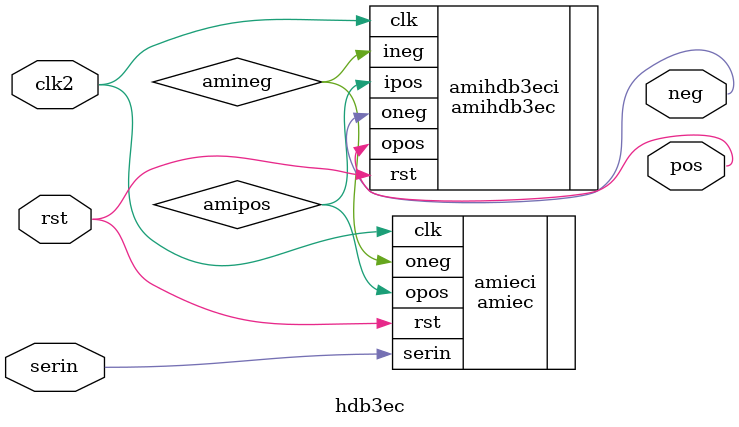
<source format=v>

module hdb3ec
    (
     clk2,//2mhz clock
     rst,

     //from framer
     serin,

     //to LIU
     pos,
     neg
     );

////////////////////////////////////////////////////////////////////////////////
// Port declarations

input clk2;
input rst;

input serin;

output pos;
output neg;

////////////////////////////////////////////////////////////////////////////////
// Output declarations

////////////////////////////////////////////////////////////////////////////////
// Parameter declarations

////////////////////////////////////////////////////////////////////////////////
// Local logic and instantiation

wire   amipos, amineg;

//Serial to AMI converter
amiec amieci
    (
     .clk(clk2),
     .rst(rst),

     .serin(serin), //serial data in

     .opos(amipos),//signal out
     .oneg(amineg)
     );

//AMI to HDB3

amihdb3ec amihdb3eci
    (
     .clk(clk2),
     .rst(rst),

     .ipos(amipos), //ami data in
     .ineg(amineg),
     
     .opos(pos),//signal out
     .oneg(neg)
     );


endmodule 

</source>
